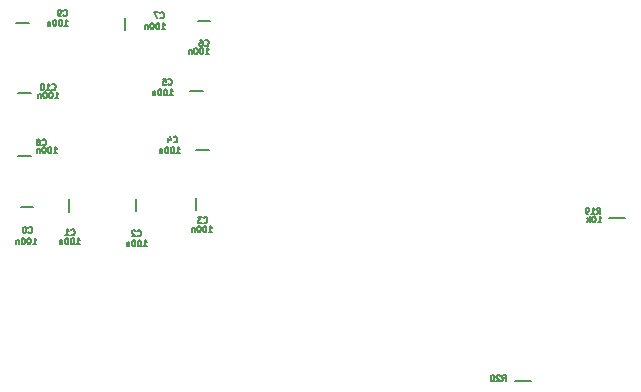
<source format=gbr>
G04 #@! TF.GenerationSoftware,KiCad,Pcbnew,(5.1.5)-3*
G04 #@! TF.CreationDate,2021-10-21T19:32:51-04:00*
G04 #@! TF.ProjectId,Main_Board,4d61696e-5f42-46f6-9172-642e6b696361,rev?*
G04 #@! TF.SameCoordinates,Original*
G04 #@! TF.FileFunction,Legend,Bot*
G04 #@! TF.FilePolarity,Positive*
%FSLAX46Y46*%
G04 Gerber Fmt 4.6, Leading zero omitted, Abs format (unit mm)*
G04 Created by KiCad (PCBNEW (5.1.5)-3) date 2021-10-21 19:32:51*
%MOMM*%
%LPD*%
G04 APERTURE LIST*
%ADD10C,0.200000*%
%ADD11C,0.127000*%
G04 APERTURE END LIST*
D10*
X111349300Y-59766200D02*
X112399300Y-59766200D01*
X111704900Y-75387200D02*
X112754900Y-75387200D01*
X115811300Y-75759800D02*
X115811300Y-74709800D01*
X121450100Y-75709000D02*
X121450100Y-74659000D01*
X126580900Y-75632800D02*
X126580900Y-74582800D01*
X127613900Y-70586600D02*
X126563900Y-70586600D01*
X127131300Y-65539200D02*
X126081300Y-65539200D01*
X127740900Y-59588400D02*
X126690900Y-59588400D01*
X120535700Y-59368200D02*
X120535700Y-60418200D01*
X111501700Y-71043800D02*
X112551700Y-71043800D01*
X111501700Y-65735200D02*
X112551700Y-65735200D01*
X161504000Y-76327000D02*
X162854000Y-76327000D01*
X153528400Y-90144600D02*
X154878400Y-90144600D01*
D11*
X115329546Y-59152608D02*
X115353737Y-59176799D01*
X115426308Y-59200989D01*
X115474689Y-59200989D01*
X115547260Y-59176799D01*
X115595641Y-59128418D01*
X115619832Y-59080037D01*
X115644022Y-58983275D01*
X115644022Y-58910703D01*
X115619832Y-58813941D01*
X115595641Y-58765560D01*
X115547260Y-58717180D01*
X115474689Y-58692989D01*
X115426308Y-58692989D01*
X115353737Y-58717180D01*
X115329546Y-58741370D01*
X115087641Y-59200989D02*
X114990880Y-59200989D01*
X114942499Y-59176799D01*
X114918308Y-59152608D01*
X114869927Y-59080037D01*
X114845737Y-58983275D01*
X114845737Y-58789751D01*
X114869927Y-58741370D01*
X114894118Y-58717180D01*
X114942499Y-58692989D01*
X115039260Y-58692989D01*
X115087641Y-58717180D01*
X115111832Y-58741370D01*
X115136022Y-58789751D01*
X115136022Y-58910703D01*
X115111832Y-58959084D01*
X115087641Y-58983275D01*
X115039260Y-59007465D01*
X114942499Y-59007465D01*
X114894118Y-58983275D01*
X114869927Y-58959084D01*
X114845737Y-58910703D01*
X115406956Y-60013789D02*
X115697241Y-60013789D01*
X115552099Y-60013789D02*
X115552099Y-59505789D01*
X115600480Y-59578360D01*
X115648860Y-59626741D01*
X115697241Y-59650932D01*
X115092480Y-59505789D02*
X115044099Y-59505789D01*
X114995718Y-59529980D01*
X114971527Y-59554170D01*
X114947337Y-59602551D01*
X114923146Y-59699313D01*
X114923146Y-59820265D01*
X114947337Y-59917027D01*
X114971527Y-59965408D01*
X114995718Y-59989599D01*
X115044099Y-60013789D01*
X115092480Y-60013789D01*
X115140860Y-59989599D01*
X115165051Y-59965408D01*
X115189241Y-59917027D01*
X115213432Y-59820265D01*
X115213432Y-59699313D01*
X115189241Y-59602551D01*
X115165051Y-59554170D01*
X115140860Y-59529980D01*
X115092480Y-59505789D01*
X114608670Y-59505789D02*
X114560289Y-59505789D01*
X114511908Y-59529980D01*
X114487718Y-59554170D01*
X114463527Y-59602551D01*
X114439337Y-59699313D01*
X114439337Y-59820265D01*
X114463527Y-59917027D01*
X114487718Y-59965408D01*
X114511908Y-59989599D01*
X114560289Y-60013789D01*
X114608670Y-60013789D01*
X114657051Y-59989599D01*
X114681241Y-59965408D01*
X114705432Y-59917027D01*
X114729622Y-59820265D01*
X114729622Y-59699313D01*
X114705432Y-59602551D01*
X114681241Y-59554170D01*
X114657051Y-59529980D01*
X114608670Y-59505789D01*
X114221622Y-59675122D02*
X114221622Y-60013789D01*
X114221622Y-59723503D02*
X114197432Y-59699313D01*
X114149051Y-59675122D01*
X114076480Y-59675122D01*
X114028099Y-59699313D01*
X114003908Y-59747694D01*
X114003908Y-60013789D01*
X112365366Y-77524428D02*
X112389557Y-77548619D01*
X112462128Y-77572809D01*
X112510509Y-77572809D01*
X112583080Y-77548619D01*
X112631461Y-77500238D01*
X112655652Y-77451857D01*
X112679842Y-77355095D01*
X112679842Y-77282523D01*
X112655652Y-77185761D01*
X112631461Y-77137380D01*
X112583080Y-77089000D01*
X112510509Y-77064809D01*
X112462128Y-77064809D01*
X112389557Y-77089000D01*
X112365366Y-77113190D01*
X112050890Y-77064809D02*
X112002509Y-77064809D01*
X111954128Y-77089000D01*
X111929938Y-77113190D01*
X111905747Y-77161571D01*
X111881557Y-77258333D01*
X111881557Y-77379285D01*
X111905747Y-77476047D01*
X111929938Y-77524428D01*
X111954128Y-77548619D01*
X112002509Y-77572809D01*
X112050890Y-77572809D01*
X112099271Y-77548619D01*
X112123461Y-77524428D01*
X112147652Y-77476047D01*
X112171842Y-77379285D01*
X112171842Y-77258333D01*
X112147652Y-77161571D01*
X112123461Y-77113190D01*
X112099271Y-77089000D01*
X112050890Y-77064809D01*
X112747576Y-78512609D02*
X113037861Y-78512609D01*
X112892719Y-78512609D02*
X112892719Y-78004609D01*
X112941100Y-78077180D01*
X112989480Y-78125561D01*
X113037861Y-78149752D01*
X112433100Y-78004609D02*
X112384719Y-78004609D01*
X112336338Y-78028800D01*
X112312147Y-78052990D01*
X112287957Y-78101371D01*
X112263766Y-78198133D01*
X112263766Y-78319085D01*
X112287957Y-78415847D01*
X112312147Y-78464228D01*
X112336338Y-78488419D01*
X112384719Y-78512609D01*
X112433100Y-78512609D01*
X112481480Y-78488419D01*
X112505671Y-78464228D01*
X112529861Y-78415847D01*
X112554052Y-78319085D01*
X112554052Y-78198133D01*
X112529861Y-78101371D01*
X112505671Y-78052990D01*
X112481480Y-78028800D01*
X112433100Y-78004609D01*
X111949290Y-78004609D02*
X111900909Y-78004609D01*
X111852528Y-78028800D01*
X111828338Y-78052990D01*
X111804147Y-78101371D01*
X111779957Y-78198133D01*
X111779957Y-78319085D01*
X111804147Y-78415847D01*
X111828338Y-78464228D01*
X111852528Y-78488419D01*
X111900909Y-78512609D01*
X111949290Y-78512609D01*
X111997671Y-78488419D01*
X112021861Y-78464228D01*
X112046052Y-78415847D01*
X112070242Y-78319085D01*
X112070242Y-78198133D01*
X112046052Y-78101371D01*
X112021861Y-78052990D01*
X111997671Y-78028800D01*
X111949290Y-78004609D01*
X111562242Y-78173942D02*
X111562242Y-78512609D01*
X111562242Y-78222323D02*
X111538052Y-78198133D01*
X111489671Y-78173942D01*
X111417100Y-78173942D01*
X111368719Y-78198133D01*
X111344528Y-78246514D01*
X111344528Y-78512609D01*
X115972166Y-77727628D02*
X115996357Y-77751819D01*
X116068928Y-77776009D01*
X116117309Y-77776009D01*
X116189880Y-77751819D01*
X116238261Y-77703438D01*
X116262452Y-77655057D01*
X116286642Y-77558295D01*
X116286642Y-77485723D01*
X116262452Y-77388961D01*
X116238261Y-77340580D01*
X116189880Y-77292200D01*
X116117309Y-77268009D01*
X116068928Y-77268009D01*
X115996357Y-77292200D01*
X115972166Y-77316390D01*
X115488357Y-77776009D02*
X115778642Y-77776009D01*
X115633500Y-77776009D02*
X115633500Y-77268009D01*
X115681880Y-77340580D01*
X115730261Y-77388961D01*
X115778642Y-77413152D01*
X116430576Y-78512609D02*
X116720861Y-78512609D01*
X116575719Y-78512609D02*
X116575719Y-78004609D01*
X116624100Y-78077180D01*
X116672480Y-78125561D01*
X116720861Y-78149752D01*
X116116100Y-78004609D02*
X116067719Y-78004609D01*
X116019338Y-78028800D01*
X115995147Y-78052990D01*
X115970957Y-78101371D01*
X115946766Y-78198133D01*
X115946766Y-78319085D01*
X115970957Y-78415847D01*
X115995147Y-78464228D01*
X116019338Y-78488419D01*
X116067719Y-78512609D01*
X116116100Y-78512609D01*
X116164480Y-78488419D01*
X116188671Y-78464228D01*
X116212861Y-78415847D01*
X116237052Y-78319085D01*
X116237052Y-78198133D01*
X116212861Y-78101371D01*
X116188671Y-78052990D01*
X116164480Y-78028800D01*
X116116100Y-78004609D01*
X115632290Y-78004609D02*
X115583909Y-78004609D01*
X115535528Y-78028800D01*
X115511338Y-78052990D01*
X115487147Y-78101371D01*
X115462957Y-78198133D01*
X115462957Y-78319085D01*
X115487147Y-78415847D01*
X115511338Y-78464228D01*
X115535528Y-78488419D01*
X115583909Y-78512609D01*
X115632290Y-78512609D01*
X115680671Y-78488419D01*
X115704861Y-78464228D01*
X115729052Y-78415847D01*
X115753242Y-78319085D01*
X115753242Y-78198133D01*
X115729052Y-78101371D01*
X115704861Y-78052990D01*
X115680671Y-78028800D01*
X115632290Y-78004609D01*
X115245242Y-78173942D02*
X115245242Y-78512609D01*
X115245242Y-78222323D02*
X115221052Y-78198133D01*
X115172671Y-78173942D01*
X115100100Y-78173942D01*
X115051719Y-78198133D01*
X115027528Y-78246514D01*
X115027528Y-78512609D01*
X121585566Y-77803828D02*
X121609757Y-77828019D01*
X121682328Y-77852209D01*
X121730709Y-77852209D01*
X121803280Y-77828019D01*
X121851661Y-77779638D01*
X121875852Y-77731257D01*
X121900042Y-77634495D01*
X121900042Y-77561923D01*
X121875852Y-77465161D01*
X121851661Y-77416780D01*
X121803280Y-77368400D01*
X121730709Y-77344209D01*
X121682328Y-77344209D01*
X121609757Y-77368400D01*
X121585566Y-77392590D01*
X121392042Y-77392590D02*
X121367852Y-77368400D01*
X121319471Y-77344209D01*
X121198519Y-77344209D01*
X121150138Y-77368400D01*
X121125947Y-77392590D01*
X121101757Y-77440971D01*
X121101757Y-77489352D01*
X121125947Y-77561923D01*
X121416233Y-77852209D01*
X121101757Y-77852209D01*
X122094776Y-78715809D02*
X122385061Y-78715809D01*
X122239919Y-78715809D02*
X122239919Y-78207809D01*
X122288300Y-78280380D01*
X122336680Y-78328761D01*
X122385061Y-78352952D01*
X121780300Y-78207809D02*
X121731919Y-78207809D01*
X121683538Y-78232000D01*
X121659347Y-78256190D01*
X121635157Y-78304571D01*
X121610966Y-78401333D01*
X121610966Y-78522285D01*
X121635157Y-78619047D01*
X121659347Y-78667428D01*
X121683538Y-78691619D01*
X121731919Y-78715809D01*
X121780300Y-78715809D01*
X121828680Y-78691619D01*
X121852871Y-78667428D01*
X121877061Y-78619047D01*
X121901252Y-78522285D01*
X121901252Y-78401333D01*
X121877061Y-78304571D01*
X121852871Y-78256190D01*
X121828680Y-78232000D01*
X121780300Y-78207809D01*
X121296490Y-78207809D02*
X121248109Y-78207809D01*
X121199728Y-78232000D01*
X121175538Y-78256190D01*
X121151347Y-78304571D01*
X121127157Y-78401333D01*
X121127157Y-78522285D01*
X121151347Y-78619047D01*
X121175538Y-78667428D01*
X121199728Y-78691619D01*
X121248109Y-78715809D01*
X121296490Y-78715809D01*
X121344871Y-78691619D01*
X121369061Y-78667428D01*
X121393252Y-78619047D01*
X121417442Y-78522285D01*
X121417442Y-78401333D01*
X121393252Y-78304571D01*
X121369061Y-78256190D01*
X121344871Y-78232000D01*
X121296490Y-78207809D01*
X120909442Y-78377142D02*
X120909442Y-78715809D01*
X120909442Y-78425523D02*
X120885252Y-78401333D01*
X120836871Y-78377142D01*
X120764300Y-78377142D01*
X120715919Y-78401333D01*
X120691728Y-78449714D01*
X120691728Y-78715809D01*
X127198966Y-76686228D02*
X127223157Y-76710419D01*
X127295728Y-76734609D01*
X127344109Y-76734609D01*
X127416680Y-76710419D01*
X127465061Y-76662038D01*
X127489252Y-76613657D01*
X127513442Y-76516895D01*
X127513442Y-76444323D01*
X127489252Y-76347561D01*
X127465061Y-76299180D01*
X127416680Y-76250800D01*
X127344109Y-76226609D01*
X127295728Y-76226609D01*
X127223157Y-76250800D01*
X127198966Y-76274990D01*
X127029633Y-76226609D02*
X126715157Y-76226609D01*
X126884490Y-76420133D01*
X126811919Y-76420133D01*
X126763538Y-76444323D01*
X126739347Y-76468514D01*
X126715157Y-76516895D01*
X126715157Y-76637847D01*
X126739347Y-76686228D01*
X126763538Y-76710419D01*
X126811919Y-76734609D01*
X126957061Y-76734609D01*
X127005442Y-76710419D01*
X127029633Y-76686228D01*
X127631976Y-77496609D02*
X127922261Y-77496609D01*
X127777119Y-77496609D02*
X127777119Y-76988609D01*
X127825500Y-77061180D01*
X127873880Y-77109561D01*
X127922261Y-77133752D01*
X127317500Y-76988609D02*
X127269119Y-76988609D01*
X127220738Y-77012800D01*
X127196547Y-77036990D01*
X127172357Y-77085371D01*
X127148166Y-77182133D01*
X127148166Y-77303085D01*
X127172357Y-77399847D01*
X127196547Y-77448228D01*
X127220738Y-77472419D01*
X127269119Y-77496609D01*
X127317500Y-77496609D01*
X127365880Y-77472419D01*
X127390071Y-77448228D01*
X127414261Y-77399847D01*
X127438452Y-77303085D01*
X127438452Y-77182133D01*
X127414261Y-77085371D01*
X127390071Y-77036990D01*
X127365880Y-77012800D01*
X127317500Y-76988609D01*
X126833690Y-76988609D02*
X126785309Y-76988609D01*
X126736928Y-77012800D01*
X126712738Y-77036990D01*
X126688547Y-77085371D01*
X126664357Y-77182133D01*
X126664357Y-77303085D01*
X126688547Y-77399847D01*
X126712738Y-77448228D01*
X126736928Y-77472419D01*
X126785309Y-77496609D01*
X126833690Y-77496609D01*
X126882071Y-77472419D01*
X126906261Y-77448228D01*
X126930452Y-77399847D01*
X126954642Y-77303085D01*
X126954642Y-77182133D01*
X126930452Y-77085371D01*
X126906261Y-77036990D01*
X126882071Y-77012800D01*
X126833690Y-76988609D01*
X126446642Y-77157942D02*
X126446642Y-77496609D01*
X126446642Y-77206323D02*
X126422452Y-77182133D01*
X126374071Y-77157942D01*
X126301500Y-77157942D01*
X126253119Y-77182133D01*
X126228928Y-77230514D01*
X126228928Y-77496609D01*
X124646266Y-69853628D02*
X124670457Y-69877819D01*
X124743028Y-69902009D01*
X124791409Y-69902009D01*
X124863980Y-69877819D01*
X124912361Y-69829438D01*
X124936552Y-69781057D01*
X124960742Y-69684295D01*
X124960742Y-69611723D01*
X124936552Y-69514961D01*
X124912361Y-69466580D01*
X124863980Y-69418200D01*
X124791409Y-69394009D01*
X124743028Y-69394009D01*
X124670457Y-69418200D01*
X124646266Y-69442390D01*
X124210838Y-69563342D02*
X124210838Y-69902009D01*
X124331790Y-69369819D02*
X124452742Y-69732676D01*
X124138266Y-69732676D01*
X124888776Y-70816409D02*
X125179061Y-70816409D01*
X125033919Y-70816409D02*
X125033919Y-70308409D01*
X125082300Y-70380980D01*
X125130680Y-70429361D01*
X125179061Y-70453552D01*
X124574300Y-70308409D02*
X124525919Y-70308409D01*
X124477538Y-70332600D01*
X124453347Y-70356790D01*
X124429157Y-70405171D01*
X124404966Y-70501933D01*
X124404966Y-70622885D01*
X124429157Y-70719647D01*
X124453347Y-70768028D01*
X124477538Y-70792219D01*
X124525919Y-70816409D01*
X124574300Y-70816409D01*
X124622680Y-70792219D01*
X124646871Y-70768028D01*
X124671061Y-70719647D01*
X124695252Y-70622885D01*
X124695252Y-70501933D01*
X124671061Y-70405171D01*
X124646871Y-70356790D01*
X124622680Y-70332600D01*
X124574300Y-70308409D01*
X124090490Y-70308409D02*
X124042109Y-70308409D01*
X123993728Y-70332600D01*
X123969538Y-70356790D01*
X123945347Y-70405171D01*
X123921157Y-70501933D01*
X123921157Y-70622885D01*
X123945347Y-70719647D01*
X123969538Y-70768028D01*
X123993728Y-70792219D01*
X124042109Y-70816409D01*
X124090490Y-70816409D01*
X124138871Y-70792219D01*
X124163061Y-70768028D01*
X124187252Y-70719647D01*
X124211442Y-70622885D01*
X124211442Y-70501933D01*
X124187252Y-70405171D01*
X124163061Y-70356790D01*
X124138871Y-70332600D01*
X124090490Y-70308409D01*
X123703442Y-70477742D02*
X123703442Y-70816409D01*
X123703442Y-70526123D02*
X123679252Y-70501933D01*
X123630871Y-70477742D01*
X123558300Y-70477742D01*
X123509919Y-70501933D01*
X123485728Y-70550314D01*
X123485728Y-70816409D01*
X124201766Y-64976828D02*
X124225957Y-65001019D01*
X124298528Y-65025209D01*
X124346909Y-65025209D01*
X124419480Y-65001019D01*
X124467861Y-64952638D01*
X124492052Y-64904257D01*
X124516242Y-64807495D01*
X124516242Y-64734923D01*
X124492052Y-64638161D01*
X124467861Y-64589780D01*
X124419480Y-64541400D01*
X124346909Y-64517209D01*
X124298528Y-64517209D01*
X124225957Y-64541400D01*
X124201766Y-64565590D01*
X123742147Y-64517209D02*
X123984052Y-64517209D01*
X124008242Y-64759114D01*
X123984052Y-64734923D01*
X123935671Y-64710733D01*
X123814719Y-64710733D01*
X123766338Y-64734923D01*
X123742147Y-64759114D01*
X123717957Y-64807495D01*
X123717957Y-64928447D01*
X123742147Y-64976828D01*
X123766338Y-65001019D01*
X123814719Y-65025209D01*
X123935671Y-65025209D01*
X123984052Y-65001019D01*
X124008242Y-64976828D01*
X124304576Y-65914209D02*
X124594861Y-65914209D01*
X124449719Y-65914209D02*
X124449719Y-65406209D01*
X124498100Y-65478780D01*
X124546480Y-65527161D01*
X124594861Y-65551352D01*
X123990100Y-65406209D02*
X123941719Y-65406209D01*
X123893338Y-65430400D01*
X123869147Y-65454590D01*
X123844957Y-65502971D01*
X123820766Y-65599733D01*
X123820766Y-65720685D01*
X123844957Y-65817447D01*
X123869147Y-65865828D01*
X123893338Y-65890019D01*
X123941719Y-65914209D01*
X123990100Y-65914209D01*
X124038480Y-65890019D01*
X124062671Y-65865828D01*
X124086861Y-65817447D01*
X124111052Y-65720685D01*
X124111052Y-65599733D01*
X124086861Y-65502971D01*
X124062671Y-65454590D01*
X124038480Y-65430400D01*
X123990100Y-65406209D01*
X123506290Y-65406209D02*
X123457909Y-65406209D01*
X123409528Y-65430400D01*
X123385338Y-65454590D01*
X123361147Y-65502971D01*
X123336957Y-65599733D01*
X123336957Y-65720685D01*
X123361147Y-65817447D01*
X123385338Y-65865828D01*
X123409528Y-65890019D01*
X123457909Y-65914209D01*
X123506290Y-65914209D01*
X123554671Y-65890019D01*
X123578861Y-65865828D01*
X123603052Y-65817447D01*
X123627242Y-65720685D01*
X123627242Y-65599733D01*
X123603052Y-65502971D01*
X123578861Y-65454590D01*
X123554671Y-65430400D01*
X123506290Y-65406209D01*
X123119242Y-65575542D02*
X123119242Y-65914209D01*
X123119242Y-65623923D02*
X123095052Y-65599733D01*
X123046671Y-65575542D01*
X122974100Y-65575542D01*
X122925719Y-65599733D01*
X122901528Y-65648114D01*
X122901528Y-65914209D01*
X127313266Y-61674828D02*
X127337457Y-61699019D01*
X127410028Y-61723209D01*
X127458409Y-61723209D01*
X127530980Y-61699019D01*
X127579361Y-61650638D01*
X127603552Y-61602257D01*
X127627742Y-61505495D01*
X127627742Y-61432923D01*
X127603552Y-61336161D01*
X127579361Y-61287780D01*
X127530980Y-61239400D01*
X127458409Y-61215209D01*
X127410028Y-61215209D01*
X127337457Y-61239400D01*
X127313266Y-61263590D01*
X126877838Y-61215209D02*
X126974600Y-61215209D01*
X127022980Y-61239400D01*
X127047171Y-61263590D01*
X127095552Y-61336161D01*
X127119742Y-61432923D01*
X127119742Y-61626447D01*
X127095552Y-61674828D01*
X127071361Y-61699019D01*
X127022980Y-61723209D01*
X126926219Y-61723209D01*
X126877838Y-61699019D01*
X126853647Y-61674828D01*
X126829457Y-61626447D01*
X126829457Y-61505495D01*
X126853647Y-61457114D01*
X126877838Y-61432923D01*
X126926219Y-61408733D01*
X127022980Y-61408733D01*
X127071361Y-61432923D01*
X127095552Y-61457114D01*
X127119742Y-61505495D01*
X127365276Y-62409009D02*
X127655561Y-62409009D01*
X127510419Y-62409009D02*
X127510419Y-61901009D01*
X127558800Y-61973580D01*
X127607180Y-62021961D01*
X127655561Y-62046152D01*
X127050800Y-61901009D02*
X127002419Y-61901009D01*
X126954038Y-61925200D01*
X126929847Y-61949390D01*
X126905657Y-61997771D01*
X126881466Y-62094533D01*
X126881466Y-62215485D01*
X126905657Y-62312247D01*
X126929847Y-62360628D01*
X126954038Y-62384819D01*
X127002419Y-62409009D01*
X127050800Y-62409009D01*
X127099180Y-62384819D01*
X127123371Y-62360628D01*
X127147561Y-62312247D01*
X127171752Y-62215485D01*
X127171752Y-62094533D01*
X127147561Y-61997771D01*
X127123371Y-61949390D01*
X127099180Y-61925200D01*
X127050800Y-61901009D01*
X126566990Y-61901009D02*
X126518609Y-61901009D01*
X126470228Y-61925200D01*
X126446038Y-61949390D01*
X126421847Y-61997771D01*
X126397657Y-62094533D01*
X126397657Y-62215485D01*
X126421847Y-62312247D01*
X126446038Y-62360628D01*
X126470228Y-62384819D01*
X126518609Y-62409009D01*
X126566990Y-62409009D01*
X126615371Y-62384819D01*
X126639561Y-62360628D01*
X126663752Y-62312247D01*
X126687942Y-62215485D01*
X126687942Y-62094533D01*
X126663752Y-61997771D01*
X126639561Y-61949390D01*
X126615371Y-61925200D01*
X126566990Y-61901009D01*
X126179942Y-62070342D02*
X126179942Y-62409009D01*
X126179942Y-62118723D02*
X126155752Y-62094533D01*
X126107371Y-62070342D01*
X126034800Y-62070342D01*
X125986419Y-62094533D01*
X125962228Y-62142914D01*
X125962228Y-62409009D01*
X123515966Y-59363428D02*
X123540157Y-59387619D01*
X123612728Y-59411809D01*
X123661109Y-59411809D01*
X123733680Y-59387619D01*
X123782061Y-59339238D01*
X123806252Y-59290857D01*
X123830442Y-59194095D01*
X123830442Y-59121523D01*
X123806252Y-59024761D01*
X123782061Y-58976380D01*
X123733680Y-58928000D01*
X123661109Y-58903809D01*
X123612728Y-58903809D01*
X123540157Y-58928000D01*
X123515966Y-58952190D01*
X123346633Y-58903809D02*
X123007966Y-58903809D01*
X123225680Y-59411809D01*
X123644176Y-60300809D02*
X123934461Y-60300809D01*
X123789319Y-60300809D02*
X123789319Y-59792809D01*
X123837700Y-59865380D01*
X123886080Y-59913761D01*
X123934461Y-59937952D01*
X123329700Y-59792809D02*
X123281319Y-59792809D01*
X123232938Y-59817000D01*
X123208747Y-59841190D01*
X123184557Y-59889571D01*
X123160366Y-59986333D01*
X123160366Y-60107285D01*
X123184557Y-60204047D01*
X123208747Y-60252428D01*
X123232938Y-60276619D01*
X123281319Y-60300809D01*
X123329700Y-60300809D01*
X123378080Y-60276619D01*
X123402271Y-60252428D01*
X123426461Y-60204047D01*
X123450652Y-60107285D01*
X123450652Y-59986333D01*
X123426461Y-59889571D01*
X123402271Y-59841190D01*
X123378080Y-59817000D01*
X123329700Y-59792809D01*
X122845890Y-59792809D02*
X122797509Y-59792809D01*
X122749128Y-59817000D01*
X122724938Y-59841190D01*
X122700747Y-59889571D01*
X122676557Y-59986333D01*
X122676557Y-60107285D01*
X122700747Y-60204047D01*
X122724938Y-60252428D01*
X122749128Y-60276619D01*
X122797509Y-60300809D01*
X122845890Y-60300809D01*
X122894271Y-60276619D01*
X122918461Y-60252428D01*
X122942652Y-60204047D01*
X122966842Y-60107285D01*
X122966842Y-59986333D01*
X122942652Y-59889571D01*
X122918461Y-59841190D01*
X122894271Y-59817000D01*
X122845890Y-59792809D01*
X122458842Y-59962142D02*
X122458842Y-60300809D01*
X122458842Y-60010523D02*
X122434652Y-59986333D01*
X122386271Y-59962142D01*
X122313700Y-59962142D01*
X122265319Y-59986333D01*
X122241128Y-60034714D01*
X122241128Y-60300809D01*
X113533766Y-70107628D02*
X113557957Y-70131819D01*
X113630528Y-70156009D01*
X113678909Y-70156009D01*
X113751480Y-70131819D01*
X113799861Y-70083438D01*
X113824052Y-70035057D01*
X113848242Y-69938295D01*
X113848242Y-69865723D01*
X113824052Y-69768961D01*
X113799861Y-69720580D01*
X113751480Y-69672200D01*
X113678909Y-69648009D01*
X113630528Y-69648009D01*
X113557957Y-69672200D01*
X113533766Y-69696390D01*
X113243480Y-69865723D02*
X113291861Y-69841533D01*
X113316052Y-69817342D01*
X113340242Y-69768961D01*
X113340242Y-69744771D01*
X113316052Y-69696390D01*
X113291861Y-69672200D01*
X113243480Y-69648009D01*
X113146719Y-69648009D01*
X113098338Y-69672200D01*
X113074147Y-69696390D01*
X113049957Y-69744771D01*
X113049957Y-69768961D01*
X113074147Y-69817342D01*
X113098338Y-69841533D01*
X113146719Y-69865723D01*
X113243480Y-69865723D01*
X113291861Y-69889914D01*
X113316052Y-69914104D01*
X113340242Y-69962485D01*
X113340242Y-70059247D01*
X113316052Y-70107628D01*
X113291861Y-70131819D01*
X113243480Y-70156009D01*
X113146719Y-70156009D01*
X113098338Y-70131819D01*
X113074147Y-70107628D01*
X113049957Y-70059247D01*
X113049957Y-69962485D01*
X113074147Y-69914104D01*
X113098338Y-69889914D01*
X113146719Y-69865723D01*
X114500176Y-70791009D02*
X114790461Y-70791009D01*
X114645319Y-70791009D02*
X114645319Y-70283009D01*
X114693700Y-70355580D01*
X114742080Y-70403961D01*
X114790461Y-70428152D01*
X114185700Y-70283009D02*
X114137319Y-70283009D01*
X114088938Y-70307200D01*
X114064747Y-70331390D01*
X114040557Y-70379771D01*
X114016366Y-70476533D01*
X114016366Y-70597485D01*
X114040557Y-70694247D01*
X114064747Y-70742628D01*
X114088938Y-70766819D01*
X114137319Y-70791009D01*
X114185700Y-70791009D01*
X114234080Y-70766819D01*
X114258271Y-70742628D01*
X114282461Y-70694247D01*
X114306652Y-70597485D01*
X114306652Y-70476533D01*
X114282461Y-70379771D01*
X114258271Y-70331390D01*
X114234080Y-70307200D01*
X114185700Y-70283009D01*
X113701890Y-70283009D02*
X113653509Y-70283009D01*
X113605128Y-70307200D01*
X113580938Y-70331390D01*
X113556747Y-70379771D01*
X113532557Y-70476533D01*
X113532557Y-70597485D01*
X113556747Y-70694247D01*
X113580938Y-70742628D01*
X113605128Y-70766819D01*
X113653509Y-70791009D01*
X113701890Y-70791009D01*
X113750271Y-70766819D01*
X113774461Y-70742628D01*
X113798652Y-70694247D01*
X113822842Y-70597485D01*
X113822842Y-70476533D01*
X113798652Y-70379771D01*
X113774461Y-70331390D01*
X113750271Y-70307200D01*
X113701890Y-70283009D01*
X113314842Y-70452342D02*
X113314842Y-70791009D01*
X113314842Y-70500723D02*
X113290652Y-70476533D01*
X113242271Y-70452342D01*
X113169700Y-70452342D01*
X113121319Y-70476533D01*
X113097128Y-70524914D01*
X113097128Y-70791009D01*
X114359871Y-65408628D02*
X114384061Y-65432819D01*
X114456633Y-65457009D01*
X114505014Y-65457009D01*
X114577585Y-65432819D01*
X114625966Y-65384438D01*
X114650157Y-65336057D01*
X114674347Y-65239295D01*
X114674347Y-65166723D01*
X114650157Y-65069961D01*
X114625966Y-65021580D01*
X114577585Y-64973200D01*
X114505014Y-64949009D01*
X114456633Y-64949009D01*
X114384061Y-64973200D01*
X114359871Y-64997390D01*
X113876061Y-65457009D02*
X114166347Y-65457009D01*
X114021204Y-65457009D02*
X114021204Y-64949009D01*
X114069585Y-65021580D01*
X114117966Y-65069961D01*
X114166347Y-65094152D01*
X113561585Y-64949009D02*
X113513204Y-64949009D01*
X113464823Y-64973200D01*
X113440633Y-64997390D01*
X113416442Y-65045771D01*
X113392252Y-65142533D01*
X113392252Y-65263485D01*
X113416442Y-65360247D01*
X113440633Y-65408628D01*
X113464823Y-65432819D01*
X113513204Y-65457009D01*
X113561585Y-65457009D01*
X113609966Y-65432819D01*
X113634157Y-65408628D01*
X113658347Y-65360247D01*
X113682538Y-65263485D01*
X113682538Y-65142533D01*
X113658347Y-65045771D01*
X113634157Y-64997390D01*
X113609966Y-64973200D01*
X113561585Y-64949009D01*
X114601776Y-66142809D02*
X114892061Y-66142809D01*
X114746919Y-66142809D02*
X114746919Y-65634809D01*
X114795300Y-65707380D01*
X114843680Y-65755761D01*
X114892061Y-65779952D01*
X114287300Y-65634809D02*
X114238919Y-65634809D01*
X114190538Y-65659000D01*
X114166347Y-65683190D01*
X114142157Y-65731571D01*
X114117966Y-65828333D01*
X114117966Y-65949285D01*
X114142157Y-66046047D01*
X114166347Y-66094428D01*
X114190538Y-66118619D01*
X114238919Y-66142809D01*
X114287300Y-66142809D01*
X114335680Y-66118619D01*
X114359871Y-66094428D01*
X114384061Y-66046047D01*
X114408252Y-65949285D01*
X114408252Y-65828333D01*
X114384061Y-65731571D01*
X114359871Y-65683190D01*
X114335680Y-65659000D01*
X114287300Y-65634809D01*
X113803490Y-65634809D02*
X113755109Y-65634809D01*
X113706728Y-65659000D01*
X113682538Y-65683190D01*
X113658347Y-65731571D01*
X113634157Y-65828333D01*
X113634157Y-65949285D01*
X113658347Y-66046047D01*
X113682538Y-66094428D01*
X113706728Y-66118619D01*
X113755109Y-66142809D01*
X113803490Y-66142809D01*
X113851871Y-66118619D01*
X113876061Y-66094428D01*
X113900252Y-66046047D01*
X113924442Y-65949285D01*
X113924442Y-65828333D01*
X113900252Y-65731571D01*
X113876061Y-65683190D01*
X113851871Y-65659000D01*
X113803490Y-65634809D01*
X113416442Y-65804142D02*
X113416442Y-66142809D01*
X113416442Y-65852523D02*
X113392252Y-65828333D01*
X113343871Y-65804142D01*
X113271300Y-65804142D01*
X113222919Y-65828333D01*
X113198728Y-65876714D01*
X113198728Y-66142809D01*
X160498971Y-75947209D02*
X160668304Y-75705304D01*
X160789257Y-75947209D02*
X160789257Y-75439209D01*
X160595733Y-75439209D01*
X160547352Y-75463400D01*
X160523161Y-75487590D01*
X160498971Y-75535971D01*
X160498971Y-75608542D01*
X160523161Y-75656923D01*
X160547352Y-75681114D01*
X160595733Y-75705304D01*
X160789257Y-75705304D01*
X160015161Y-75947209D02*
X160305447Y-75947209D01*
X160160304Y-75947209D02*
X160160304Y-75439209D01*
X160208685Y-75511780D01*
X160257066Y-75560161D01*
X160305447Y-75584352D01*
X159773257Y-75947209D02*
X159676495Y-75947209D01*
X159628114Y-75923019D01*
X159603923Y-75898828D01*
X159555542Y-75826257D01*
X159531352Y-75729495D01*
X159531352Y-75535971D01*
X159555542Y-75487590D01*
X159579733Y-75463400D01*
X159628114Y-75439209D01*
X159724876Y-75439209D01*
X159773257Y-75463400D01*
X159797447Y-75487590D01*
X159821638Y-75535971D01*
X159821638Y-75656923D01*
X159797447Y-75705304D01*
X159773257Y-75729495D01*
X159724876Y-75753685D01*
X159628114Y-75753685D01*
X159579733Y-75729495D01*
X159555542Y-75705304D01*
X159531352Y-75656923D01*
X160576380Y-76683809D02*
X160866666Y-76683809D01*
X160721523Y-76683809D02*
X160721523Y-76175809D01*
X160769904Y-76248380D01*
X160818285Y-76296761D01*
X160866666Y-76320952D01*
X160261904Y-76175809D02*
X160213523Y-76175809D01*
X160165142Y-76200000D01*
X160140952Y-76224190D01*
X160116761Y-76272571D01*
X160092571Y-76369333D01*
X160092571Y-76490285D01*
X160116761Y-76587047D01*
X160140952Y-76635428D01*
X160165142Y-76659619D01*
X160213523Y-76683809D01*
X160261904Y-76683809D01*
X160310285Y-76659619D01*
X160334476Y-76635428D01*
X160358666Y-76587047D01*
X160382857Y-76490285D01*
X160382857Y-76369333D01*
X160358666Y-76272571D01*
X160334476Y-76224190D01*
X160310285Y-76200000D01*
X160261904Y-76175809D01*
X159874857Y-76683809D02*
X159874857Y-76175809D01*
X159826476Y-76490285D02*
X159681333Y-76683809D01*
X159681333Y-76345142D02*
X159874857Y-76538666D01*
X152472571Y-90120409D02*
X152641904Y-89878504D01*
X152762857Y-90120409D02*
X152762857Y-89612409D01*
X152569333Y-89612409D01*
X152520952Y-89636600D01*
X152496761Y-89660790D01*
X152472571Y-89709171D01*
X152472571Y-89781742D01*
X152496761Y-89830123D01*
X152520952Y-89854314D01*
X152569333Y-89878504D01*
X152762857Y-89878504D01*
X152279047Y-89660790D02*
X152254857Y-89636600D01*
X152206476Y-89612409D01*
X152085523Y-89612409D01*
X152037142Y-89636600D01*
X152012952Y-89660790D01*
X151988761Y-89709171D01*
X151988761Y-89757552D01*
X152012952Y-89830123D01*
X152303238Y-90120409D01*
X151988761Y-90120409D01*
X151674285Y-89612409D02*
X151625904Y-89612409D01*
X151577523Y-89636600D01*
X151553333Y-89660790D01*
X151529142Y-89709171D01*
X151504952Y-89805933D01*
X151504952Y-89926885D01*
X151529142Y-90023647D01*
X151553333Y-90072028D01*
X151577523Y-90096219D01*
X151625904Y-90120409D01*
X151674285Y-90120409D01*
X151722666Y-90096219D01*
X151746857Y-90072028D01*
X151771047Y-90023647D01*
X151795238Y-89926885D01*
X151795238Y-89805933D01*
X151771047Y-89709171D01*
X151746857Y-89660790D01*
X151722666Y-89636600D01*
X151674285Y-89612409D01*
M02*

</source>
